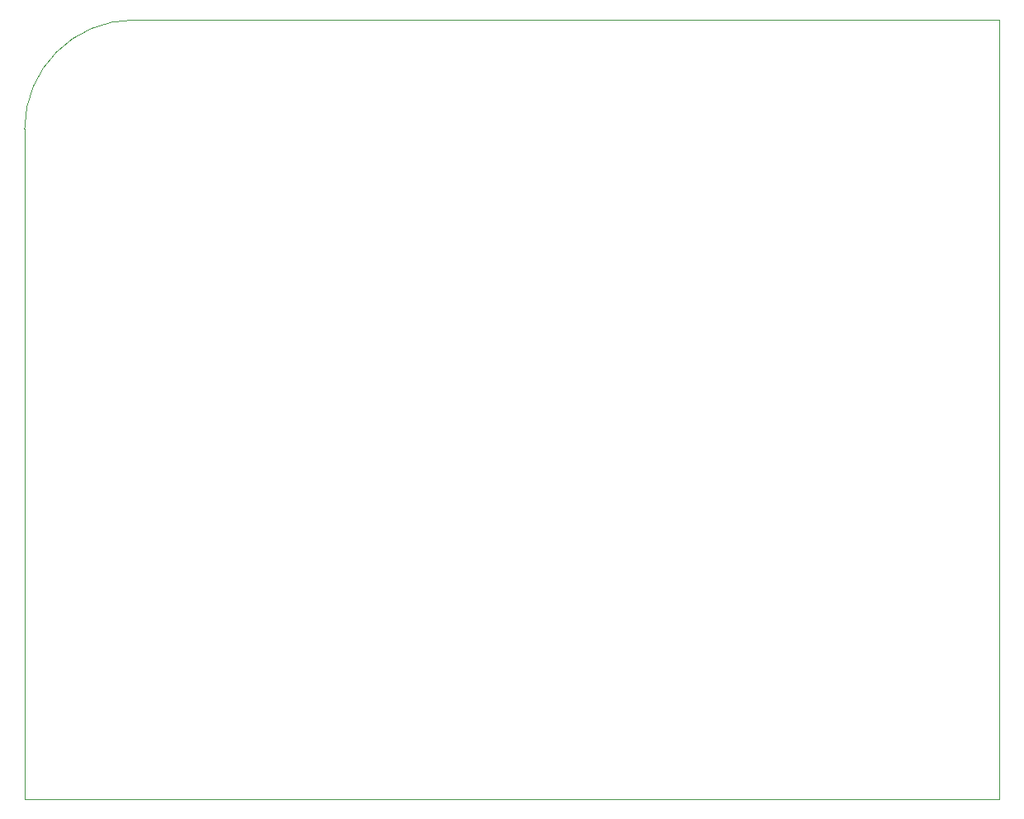
<source format=gm1>
%TF.GenerationSoftware,KiCad,Pcbnew,(5.1.10)-1*%
%TF.CreationDate,2021-08-17T18:14:56+01:00*%
%TF.ProjectId,blit-cpu-mk3,626c6974-2d63-4707-952d-6d6b332e6b69,3.03*%
%TF.SameCoordinates,Original*%
%TF.FileFunction,Profile,NP*%
%FSLAX46Y46*%
G04 Gerber Fmt 4.6, Leading zero omitted, Abs format (unit mm)*
G04 Created by KiCad (PCBNEW (5.1.10)-1) date 2021-08-17 18:14:56*
%MOMM*%
%LPD*%
G01*
G04 APERTURE LIST*
%TA.AperFunction,Profile*%
%ADD10C,0.050000*%
%TD*%
G04 APERTURE END LIST*
D10*
X122000000Y-102000000D02*
X87000000Y-102000000D01*
X122000000Y-22000000D02*
X122000000Y-102000000D01*
X33200000Y-22000000D02*
X122000000Y-22000000D01*
X22000000Y-102000000D02*
X22000000Y-33200000D01*
X22000000Y-33200000D02*
G75*
G02*
X33200000Y-22000000I11200000J0D01*
G01*
X22000000Y-102000000D02*
X87000000Y-102000000D01*
M02*

</source>
